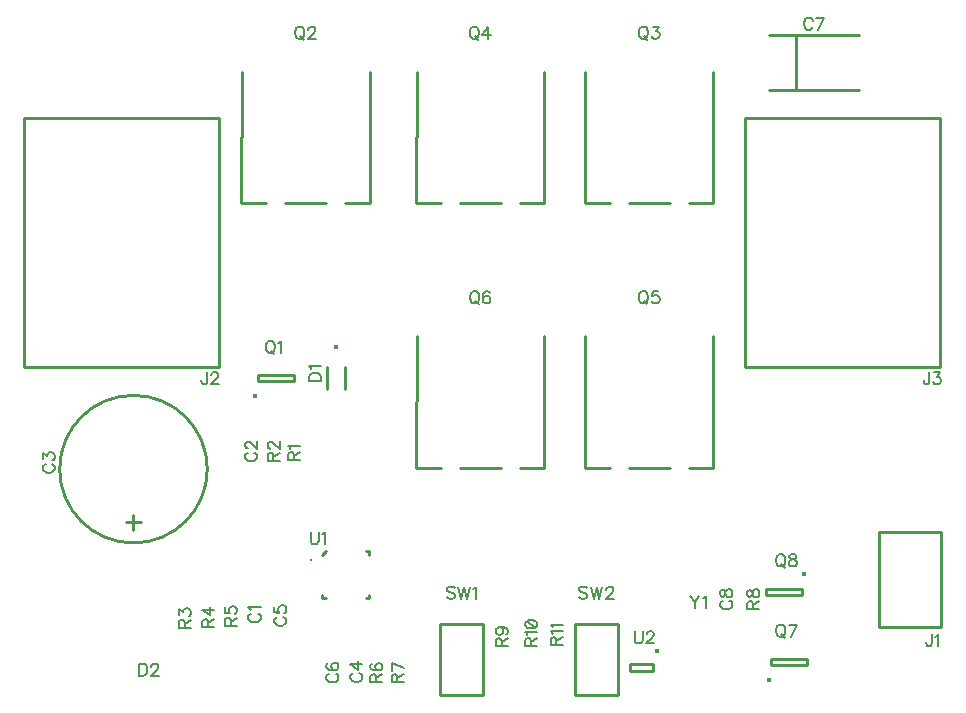
<source format=gbr>
G04 DipTrace 3.2.0.0*
G04 shoulder_mc_pcb_TopSilk.gbr*
%MOMM*%
G04 #@! TF.FileFunction,Legend,Top*
G04 #@! TF.Part,Single*
%ADD10C,0.25*%
%ADD25C,0.40002*%
%ADD32O,0.39127X0.39172*%
%ADD35O,0.29974X0.30025*%
%ADD39O,0.3913X0.39191*%
%ADD83C,0.15*%
%FSLAX35Y35*%
G04*
G71*
G90*
G75*
G01*
G04 TopSilk*
%LPD*%
X1047750Y2811750D2*
D10*
G02X1047750Y2811750I0J-625000D01*
G01*
X1110750Y1737250D2*
X984750D1*
X1047750Y1674250D2*
Y1800250D1*
X6430023Y5860000D2*
X7190011D1*
X6430023Y5400000D2*
X7190011D1*
X6659981Y5860000D2*
Y5400000D1*
X2842257Y3047393D2*
Y2867361D1*
X2682250Y3047393D2*
Y2867361D1*
D25*
X2762253Y3222375D3*
X7887377Y1653520D2*
D10*
X7357352D1*
Y853500D1*
X7887377D1*
Y1653520D1*
X1775000Y5160000D2*
X125000D1*
Y3050000D1*
X1775000D1*
Y5160000D1*
X6225000Y3050000D2*
X7875000D1*
Y5160000D1*
X6225000D1*
Y3050000D1*
D32*
X2080644Y2804266D3*
X2104014Y2931626D2*
D10*
X2404000D1*
Y2981627D1*
X2104014D1*
Y2931626D1*
X3046500Y4439006D2*
Y5550550D1*
X1961500Y4439006D2*
X1964213Y5550550D1*
Y4439328D2*
X2170579D1*
X3043787D2*
X2837421D1*
X2678577D2*
X2329423D1*
X5956500Y4439006D2*
Y5550550D1*
X4871500Y4439006D2*
X4874213Y5550550D1*
Y4439328D2*
X5080579D1*
X5953787D2*
X5747421D1*
X5588577D2*
X5239423D1*
X4526500Y4439006D2*
Y5550550D1*
X3441500Y4439006D2*
X3444213Y5550550D1*
Y4439328D2*
X3650579D1*
X4523787D2*
X4317421D1*
X4158577D2*
X3809423D1*
X5956500Y2199006D2*
Y3310550D1*
X4871500Y2199006D2*
X4874213Y3310550D1*
Y2199328D2*
X5080579D1*
X5953787D2*
X5747421D1*
X5588577D2*
X5239423D1*
X4526500Y2199006D2*
Y3310550D1*
X3441500Y2199006D2*
X3444213Y3310550D1*
Y2199328D2*
X3650579D1*
X4523787D2*
X4317421D1*
X4158577D2*
X3809423D1*
D32*
X6424564Y402639D3*
X6447934Y530000D2*
D10*
X6747920D1*
Y580000D1*
X6447934D1*
Y530000D1*
D32*
X6728356Y1297361D3*
X6704986Y1170000D2*
D10*
X6405000D1*
Y1120000D1*
X6704986D1*
Y1170000D1*
X4005473Y878291D2*
X3645473D1*
Y278255D1*
X4005473D1*
Y878291D1*
X5148353D2*
X4788353D1*
Y278255D1*
X5148353D1*
Y878291D1*
X2644851Y1461976D2*
X2674771Y1492001D1*
X2644851Y1091999D2*
X2674771D1*
X2644851D2*
Y1122024D1*
X3045042Y1091999D2*
Y1122024D1*
Y1091999D2*
X3014958D1*
X3045042Y1492001D2*
Y1461976D1*
Y1492001D2*
X3014958D1*
D35*
X2554487Y1416988D3*
D39*
X5481172Y646498D3*
X5447796Y539127D2*
D10*
X5247797D1*
Y479029D1*
X5447796D1*
Y539127D1*
X2045812Y964259D2*
D83*
X2036154Y959429D1*
X2026383Y949659D1*
X2021554Y940000D1*
Y920571D1*
X2026383Y910800D1*
X2036154Y901142D1*
X2045812Y896200D1*
X2060412Y891371D1*
X2084783D1*
X2099271Y896200D1*
X2109042Y901142D1*
X2118700Y910800D1*
X2123642Y920571D1*
Y940000D1*
X2118700Y949659D1*
X2109042Y959429D1*
X2099271Y964259D1*
X2041096Y994259D2*
X2036154Y1004029D1*
X2021666Y1018629D1*
X2123642D1*
X2016559Y2326612D2*
X2006901Y2321782D1*
X1997130Y2312012D1*
X1992301Y2302353D1*
Y2282924D1*
X1997130Y2273153D1*
X2006901Y2263495D1*
X2016559Y2258553D1*
X2031159Y2253724D1*
X2055530D1*
X2070017Y2258553D1*
X2079788Y2263495D1*
X2089447Y2273153D1*
X2094388Y2282924D1*
Y2302353D1*
X2089447Y2312011D1*
X2079788Y2321782D1*
X2070018Y2326611D1*
X2016671Y2361553D2*
X2011842D1*
X2002071Y2366382D1*
X1997242Y2371211D1*
X1992413Y2380982D1*
Y2400411D1*
X1997242Y2410070D1*
X2002071Y2414899D1*
X2011842Y2419841D1*
X2021501D1*
X2031271Y2414899D1*
X2045759Y2405241D1*
X2094388Y2356611D1*
Y2424670D1*
X303062Y2229792D2*
X293404Y2224962D1*
X283633Y2215192D1*
X278804Y2205533D1*
Y2186104D1*
X283633Y2176333D1*
X293404Y2166675D1*
X303062Y2161733D1*
X317662Y2156904D1*
X342033D1*
X356521Y2161733D1*
X366292Y2166675D1*
X375950Y2176333D1*
X380892Y2186104D1*
Y2205533D1*
X375950Y2215191D1*
X366292Y2224962D1*
X356521Y2229791D1*
X278916Y2269562D2*
Y2322908D1*
X317775Y2293821D1*
Y2308421D1*
X322604Y2318079D1*
X327433Y2322908D1*
X342033Y2327850D1*
X351692D1*
X366292Y2322908D1*
X376062Y2313250D1*
X380892Y2298650D1*
Y2284050D1*
X376062Y2269562D1*
X371121Y2264733D1*
X361462Y2259791D1*
X2906812Y460000D2*
X2897154Y455171D1*
X2887383Y445400D1*
X2882554Y435742D1*
Y416313D1*
X2887383Y406542D1*
X2897154Y396883D1*
X2906812Y391942D1*
X2921412Y387113D1*
X2945783D1*
X2960271Y391942D1*
X2970042Y396883D1*
X2979700Y406542D1*
X2984642Y416313D1*
Y435742D1*
X2979700Y445400D1*
X2970042Y455171D1*
X2960271Y460000D1*
X2984642Y538629D2*
X2882666D1*
X2950612Y490000D1*
Y562888D1*
X2264269Y934698D2*
X2254611Y929869D1*
X2244840Y920098D1*
X2240011Y910440D1*
Y891011D1*
X2244840Y881240D1*
X2254611Y871581D1*
X2264269Y866640D1*
X2278869Y861811D1*
X2303240D1*
X2317727Y866640D1*
X2327498Y871581D1*
X2337157Y881240D1*
X2342098Y891010D1*
Y910440D1*
X2337157Y920098D1*
X2327498Y929869D1*
X2317728Y934698D1*
X2240123Y1022986D2*
Y974469D1*
X2283811Y969640D1*
X2278981Y974469D1*
X2274040Y989069D1*
Y1003557D1*
X2278981Y1018157D1*
X2288640Y1027927D1*
X2303240Y1032756D1*
X2312898D1*
X2327498Y1027927D1*
X2337269Y1018156D1*
X2342098Y1003556D1*
Y989069D1*
X2337269Y974469D1*
X2332328Y969640D1*
X2322669Y964698D1*
X2705812Y454886D2*
X2696154Y450056D1*
X2686383Y440286D1*
X2681554Y430627D1*
Y411198D1*
X2686383Y401427D1*
X2696154Y391769D1*
X2705812Y386827D1*
X2720412Y381998D1*
X2744783D1*
X2759271Y386827D1*
X2769042Y391769D1*
X2778700Y401427D1*
X2783642Y411198D1*
Y430627D1*
X2778700Y440286D1*
X2769042Y450056D1*
X2759271Y454886D1*
X2696154Y543173D2*
X2686496Y538344D1*
X2681666Y523744D1*
Y514086D1*
X2686496Y499486D1*
X2701096Y489715D1*
X2725354Y484886D1*
X2749612Y484885D1*
X2769042Y489715D1*
X2778812Y499485D1*
X2783642Y514085D1*
Y518915D1*
X2778812Y533402D1*
X2769042Y543173D1*
X2754442Y548002D1*
X2749612D1*
X2735012Y543173D1*
X2725354Y533402D1*
X2720525Y518915D1*
Y514086D1*
X2725354Y499486D1*
X2735012Y489715D1*
X2749612Y484885D1*
X6797431Y5984188D2*
X6792602Y5993846D1*
X6782831Y6003617D1*
X6773173Y6008446D1*
X6753744D1*
X6743973Y6003617D1*
X6734314Y5993846D1*
X6729373Y5984188D1*
X6724544Y5969588D1*
Y5945217D1*
X6729373Y5930729D1*
X6734314Y5920958D1*
X6743973Y5911300D1*
X6753744Y5906358D1*
X6773173D1*
X6782831Y5911300D1*
X6792602Y5920958D1*
X6797431Y5930729D1*
X6846861Y5906358D2*
X6895490Y6008334D1*
X6827431D1*
X6039496Y1072971D2*
X6029837Y1068142D1*
X6020067Y1058371D1*
X6015237Y1048713D1*
Y1029283D1*
X6020066Y1019513D1*
X6029837Y1009854D1*
X6039496Y1004913D1*
X6054096Y1000083D1*
X6078466D1*
X6092954Y1004913D1*
X6102725Y1009854D1*
X6112383Y1019513D1*
X6117325Y1029283D1*
Y1048712D1*
X6112383Y1058371D1*
X6102725Y1068142D1*
X6092954Y1072971D1*
X6015350Y1127229D2*
X6020179Y1112742D1*
X6029837Y1107800D1*
X6039608D1*
X6049267Y1112742D1*
X6054208Y1122400D1*
X6059037Y1141829D1*
X6063867Y1156429D1*
X6073637Y1166088D1*
X6083296Y1170917D1*
X6097896D1*
X6107554Y1166088D1*
X6112496Y1161258D1*
X6117325Y1146658D1*
Y1127229D1*
X6112496Y1112742D1*
X6107554Y1107800D1*
X6097896Y1102971D1*
X6083296D1*
X6073637Y1107800D1*
X6063867Y1117571D1*
X6059037Y1132059D1*
X6054208Y1151488D1*
X6049267Y1161259D1*
X6039608Y1166088D1*
X6029837D1*
X6020179Y1161259D1*
X6015350Y1146659D1*
Y1127229D1*
X2533804Y2933659D2*
X2635892D1*
Y2967688D1*
X2630950Y2982288D1*
X2621292Y2992059D1*
X2611521Y2996888D1*
X2597033Y3001717D1*
X2572662D1*
X2558062Y2996888D1*
X2548404Y2992059D1*
X2538633Y2982288D1*
X2533804Y2967688D1*
Y2933659D1*
X2553346Y3031717D2*
X2548404Y3041488D1*
X2533916Y3056088D1*
X2635892D1*
X1096222Y538839D2*
Y436752D1*
X1130251D1*
X1144851Y441693D1*
X1154622Y451352D1*
X1159451Y461123D1*
X1164280Y475610D1*
Y499981D1*
X1159451Y514581D1*
X1154622Y524239D1*
X1144851Y534010D1*
X1130251Y538839D1*
X1096222D1*
X1199222Y514469D2*
Y519298D1*
X1204051Y529069D1*
X1208880Y533898D1*
X1218651Y538727D1*
X1238080D1*
X1247738Y533898D1*
X1252568Y529069D1*
X1257509Y519298D1*
Y509639D1*
X1252568Y499869D1*
X1242909Y485381D1*
X1194280Y436752D1*
X1262338D1*
X7807506Y788319D2*
Y710603D1*
X7802677Y696003D1*
X7797735Y691173D1*
X7788077Y686232D1*
X7778306D1*
X7768647Y691173D1*
X7763818Y696003D1*
X7758877Y710603D1*
Y720261D1*
X7837506Y768778D2*
X7847277Y773719D1*
X7861877Y788207D1*
Y686232D1*
X1671412Y3006573D2*
Y2928856D1*
X1666583Y2914256D1*
X1661641Y2909427D1*
X1651983Y2904485D1*
X1642212D1*
X1632554Y2909427D1*
X1627724Y2914256D1*
X1622783Y2928856D1*
Y2938514D1*
X1706354Y2982202D2*
Y2987031D1*
X1711183Y2996802D1*
X1716012Y3001631D1*
X1725783Y3006461D1*
X1745212D1*
X1754871Y3001631D1*
X1759700Y2996802D1*
X1764641Y2987031D1*
Y2977373D1*
X1759700Y2967602D1*
X1750041Y2953114D1*
X1701412Y2904485D1*
X1769471D1*
X7787285Y3006573D2*
Y2928856D1*
X7782456Y2914256D1*
X7777515Y2909427D1*
X7767856Y2904485D1*
X7758085D1*
X7748427Y2909427D1*
X7743598Y2914256D1*
X7738656Y2928856D1*
Y2938514D1*
X7827056Y3006461D2*
X7880402D1*
X7851315Y2967602D1*
X7865915D1*
X7875573Y2962773D1*
X7880402Y2957944D1*
X7885344Y2943344D1*
Y2933685D1*
X7880402Y2919085D1*
X7870744Y2909314D1*
X7856144Y2904485D1*
X7841544D1*
X7827056Y2909314D1*
X7822227Y2914256D1*
X7817285Y2923914D1*
X2195640Y3272573D2*
X2185982Y3267856D1*
X2176211Y3258085D1*
X2171382Y3248314D1*
X2166440Y3233714D1*
Y3209456D1*
X2171382Y3194856D1*
X2176211Y3185197D1*
X2185982Y3175427D1*
X2195640Y3170597D1*
X2215069D1*
X2224840Y3175427D1*
X2234498Y3185197D1*
X2239328Y3194856D1*
X2244269Y3209456D1*
Y3233714D1*
X2239328Y3248314D1*
X2234498Y3258085D1*
X2224840Y3267856D1*
X2215069Y3272573D1*
X2195640D1*
X2210240Y3190027D2*
X2239328Y3160827D1*
X2274269Y3253031D2*
X2284040Y3257973D1*
X2298640Y3272461D1*
Y3170485D1*
X2445256Y5932446D2*
X2435598Y5927729D1*
X2425827Y5917958D1*
X2420998Y5908188D1*
X2416056Y5893588D1*
Y5869329D1*
X2420998Y5854729D1*
X2425827Y5845071D1*
X2435598Y5835300D1*
X2445256Y5830471D1*
X2464685D1*
X2474456Y5835300D1*
X2484115Y5845071D1*
X2488944Y5854729D1*
X2493885Y5869329D1*
Y5893588D1*
X2488944Y5908188D1*
X2484115Y5917958D1*
X2474456Y5927729D1*
X2464685Y5932446D1*
X2445256D1*
X2459856Y5849900D2*
X2488944Y5820700D1*
X2528827Y5908075D2*
Y5912905D1*
X2533656Y5922675D1*
X2538485Y5927505D1*
X2548256Y5932334D1*
X2567685D1*
X2577344Y5927505D1*
X2582173Y5922675D1*
X2587115Y5912905D1*
Y5903246D1*
X2582173Y5893475D1*
X2572515Y5878988D1*
X2523885Y5830358D1*
X2591944D1*
X5355256Y5932446D2*
X5345598Y5927729D1*
X5335827Y5917958D1*
X5330998Y5908188D1*
X5326056Y5893588D1*
Y5869329D1*
X5330998Y5854729D1*
X5335827Y5845071D1*
X5345598Y5835300D1*
X5355256Y5830471D1*
X5374685D1*
X5384456Y5835300D1*
X5394115Y5845071D1*
X5398944Y5854729D1*
X5403885Y5869329D1*
Y5893588D1*
X5398944Y5908188D1*
X5394115Y5917958D1*
X5384456Y5927729D1*
X5374685Y5932446D1*
X5355256D1*
X5369856Y5849900D2*
X5398944Y5820700D1*
X5443656Y5932334D2*
X5497002D1*
X5467915Y5893475D1*
X5482515D1*
X5492173Y5888646D1*
X5497002Y5883817D1*
X5501944Y5869217D1*
Y5859558D1*
X5497002Y5844958D1*
X5487344Y5835188D1*
X5472744Y5830358D1*
X5458144D1*
X5443656Y5835188D1*
X5438827Y5840129D1*
X5433885Y5849788D1*
X3922842Y5932446D2*
X3913183Y5927729D1*
X3903412Y5917958D1*
X3898583Y5908188D1*
X3893642Y5893588D1*
Y5869329D1*
X3898583Y5854729D1*
X3903412Y5845071D1*
X3913183Y5835300D1*
X3922842Y5830471D1*
X3942271D1*
X3952042Y5835300D1*
X3961700Y5845071D1*
X3966529Y5854729D1*
X3971471Y5869329D1*
Y5893588D1*
X3966529Y5908188D1*
X3961700Y5917958D1*
X3952042Y5927729D1*
X3942271Y5932446D1*
X3922842D1*
X3937442Y5849900D2*
X3966529Y5820700D1*
X4050100Y5830358D2*
Y5932334D1*
X4001471Y5864388D1*
X4074358D1*
X5355256Y3692446D2*
X5345598Y3687729D1*
X5335827Y3677958D1*
X5330998Y3668188D1*
X5326056Y3653588D1*
Y3629329D1*
X5330998Y3614729D1*
X5335827Y3605071D1*
X5345598Y3595300D1*
X5355256Y3590471D1*
X5374685D1*
X5384456Y3595300D1*
X5394115Y3605071D1*
X5398944Y3614729D1*
X5403885Y3629329D1*
Y3653588D1*
X5398944Y3668188D1*
X5394115Y3677958D1*
X5384456Y3687729D1*
X5374685Y3692446D1*
X5355256D1*
X5369856Y3609900D2*
X5398944Y3580700D1*
X5492173Y3692334D2*
X5443656D1*
X5438827Y3648646D1*
X5443656Y3653475D1*
X5458256Y3658417D1*
X5472744D1*
X5487344Y3653475D1*
X5497115Y3643817D1*
X5501944Y3629217D1*
Y3619558D1*
X5497115Y3604958D1*
X5487344Y3595188D1*
X5472744Y3590358D1*
X5458256D1*
X5443656Y3595188D1*
X5438827Y3600129D1*
X5433885Y3609788D1*
X3927727Y3692446D2*
X3918068Y3687729D1*
X3908298Y3677958D1*
X3903468Y3668188D1*
X3898527Y3653588D1*
Y3629329D1*
X3903468Y3614729D1*
X3908298Y3605071D1*
X3918068Y3595300D1*
X3927727Y3590471D1*
X3947156D1*
X3956927Y3595300D1*
X3966585Y3605071D1*
X3971415Y3614729D1*
X3976356Y3629329D1*
Y3653588D1*
X3971415Y3668188D1*
X3966585Y3677958D1*
X3956927Y3687729D1*
X3947156Y3692446D1*
X3927727D1*
X3942327Y3609900D2*
X3971415Y3580700D1*
X4064644Y3677846D2*
X4059815Y3687505D1*
X4045215Y3692334D1*
X4035556D1*
X4020956Y3687505D1*
X4011185Y3672905D1*
X4006356Y3648646D1*
Y3624388D1*
X4011185Y3604958D1*
X4020956Y3595188D1*
X4035556Y3590358D1*
X4040385D1*
X4054873Y3595188D1*
X4064644Y3604958D1*
X4069473Y3619558D1*
Y3624388D1*
X4064644Y3638988D1*
X4054873Y3648646D1*
X4040385Y3653475D1*
X4035556D1*
X4020956Y3648646D1*
X4011185Y3638988D1*
X4006356Y3624388D1*
X6517716Y870946D2*
X6508058Y866229D1*
X6498287Y856458D1*
X6493458Y846688D1*
X6488516Y832088D1*
Y807829D1*
X6493458Y793229D1*
X6498287Y783571D1*
X6508058Y773800D1*
X6517716Y768971D1*
X6537145D1*
X6546916Y773800D1*
X6556575Y783571D1*
X6561404Y793229D1*
X6566345Y807829D1*
Y832088D1*
X6561404Y846688D1*
X6556575Y856458D1*
X6546916Y866229D1*
X6537145Y870946D1*
X6517716D1*
X6532316Y788400D2*
X6561404Y759200D1*
X6615775Y768858D2*
X6664404Y870834D1*
X6596345D1*
X6517772Y1465393D2*
X6508114Y1460676D1*
X6498343Y1450905D1*
X6493514Y1441134D1*
X6488572Y1426534D1*
Y1402276D1*
X6493514Y1387676D1*
X6498343Y1378017D1*
X6508114Y1368247D1*
X6517772Y1363417D1*
X6537202D1*
X6546972Y1368247D1*
X6556631Y1378017D1*
X6561460Y1387676D1*
X6566402Y1402276D1*
Y1426534D1*
X6561460Y1441134D1*
X6556631Y1450905D1*
X6546972Y1460676D1*
X6537202Y1465393D1*
X6517772D1*
X6532372Y1382847D2*
X6561460Y1353647D1*
X6620660Y1465281D2*
X6606172Y1460451D1*
X6601231Y1450793D1*
Y1441022D1*
X6606172Y1431364D1*
X6615831Y1426422D1*
X6635260Y1421593D1*
X6649860Y1416764D1*
X6659518Y1406993D1*
X6664348Y1397334D1*
Y1382734D1*
X6659518Y1373076D1*
X6654689Y1368134D1*
X6640089Y1363305D1*
X6620660D1*
X6606172Y1368134D1*
X6601231Y1373076D1*
X6596402Y1382734D1*
Y1397334D1*
X6601231Y1406993D1*
X6611002Y1416764D1*
X6625489Y1421593D1*
X6644918Y1426422D1*
X6654689Y1431364D1*
X6659518Y1441022D1*
Y1450793D1*
X6654689Y1460451D1*
X6640089Y1465281D1*
X6620660D1*
X2406060Y2262109D2*
Y2305797D1*
X2401118Y2320397D1*
X2396289Y2325338D1*
X2386631Y2330167D1*
X2376860D1*
X2367201Y2325338D1*
X2362260Y2320397D1*
X2357431Y2305797D1*
Y2262109D1*
X2459518D1*
X2406060Y2296138D2*
X2459518Y2330167D1*
X2376972Y2360167D2*
X2372031Y2369938D1*
X2357543Y2384538D1*
X2459518D1*
X2231433Y2256139D2*
Y2299826D1*
X2226492Y2314426D1*
X2221662Y2319368D1*
X2212004Y2324197D1*
X2202233D1*
X2192575Y2319368D1*
X2187633Y2314426D1*
X2182804Y2299826D1*
Y2256139D1*
X2284892D1*
X2231433Y2290168D2*
X2284892Y2324197D1*
X2207175Y2359138D2*
X2202346D1*
X2192575Y2363968D1*
X2187746Y2368797D1*
X2182916Y2378568D1*
Y2397997D1*
X2187746Y2407655D1*
X2192575Y2412484D1*
X2202346Y2417426D1*
X2212004D1*
X2221775Y2412484D1*
X2236262Y2402826D1*
X2284892Y2354197D1*
Y2422255D1*
X1480183Y841942D2*
Y885630D1*
X1475242Y900229D1*
X1470412Y905171D1*
X1460754Y910000D1*
X1450983D1*
X1441325Y905171D1*
X1436383Y900230D1*
X1431554Y885630D1*
Y841942D1*
X1533642D1*
X1480183Y875971D2*
X1533642Y910000D1*
X1431666Y949771D2*
Y1003117D1*
X1470525Y974029D1*
Y988629D1*
X1475354Y998288D1*
X1480183Y1003117D1*
X1494783Y1008059D1*
X1504442D1*
X1519042Y1003117D1*
X1528812Y993458D1*
X1533642Y978858D1*
Y964258D1*
X1528812Y949771D1*
X1523871Y944942D1*
X1514212Y940000D1*
X1680183Y849527D2*
Y893215D1*
X1675242Y907815D1*
X1670412Y912756D1*
X1660754Y917586D1*
X1650983D1*
X1641325Y912756D1*
X1636383Y907815D1*
X1631554Y893215D1*
Y849527D1*
X1733642D1*
X1680183Y883556D2*
X1733642Y917585D1*
Y996215D2*
X1631666D1*
X1699612Y947586D1*
Y1020473D1*
X1870183Y861942D2*
Y905630D1*
X1865242Y920229D1*
X1860412Y925171D1*
X1850754Y930000D1*
X1840983D1*
X1831325Y925171D1*
X1826383Y920230D1*
X1821554Y905630D1*
Y861942D1*
X1923642D1*
X1870183Y895971D2*
X1923642Y930000D1*
X1821666Y1018288D2*
Y969771D1*
X1865354Y964942D1*
X1860525Y969771D1*
X1855583Y984371D1*
Y998859D1*
X1860525Y1013459D1*
X1870183Y1023229D1*
X1884783Y1028059D1*
X1894442D1*
X1909042Y1023229D1*
X1918812Y1013458D1*
X1923642Y998858D1*
Y984371D1*
X1918812Y969771D1*
X1913871Y964942D1*
X1904212Y960000D1*
X3102183Y384413D2*
Y428100D1*
X3097242Y442700D1*
X3092412Y447642D1*
X3082754Y452471D1*
X3072983D1*
X3063325Y447642D1*
X3058383Y442700D1*
X3053554Y428100D1*
Y384413D1*
X3155642D1*
X3102183Y418442D2*
X3155642Y452471D1*
X3068154Y540759D2*
X3058496Y535929D1*
X3053666Y521329D1*
Y511671D1*
X3058496Y497071D1*
X3073096Y487300D1*
X3097354Y482471D1*
X3121612D1*
X3141042Y487300D1*
X3150812Y497071D1*
X3155642Y511671D1*
Y516500D1*
X3150812Y530988D1*
X3141042Y540758D1*
X3126442Y545588D1*
X3121612D1*
X3107012Y540759D1*
X3097354Y530988D1*
X3092525Y516500D1*
Y511671D1*
X3097354Y497071D1*
X3107012Y487300D1*
X3121612Y482471D1*
X3283183Y381942D2*
Y425630D1*
X3278242Y440229D1*
X3273412Y445171D1*
X3263754Y450000D1*
X3253983D1*
X3244325Y445171D1*
X3239383Y440230D1*
X3234554Y425630D1*
Y381942D1*
X3336642D1*
X3283183Y415971D2*
X3336642Y450000D1*
Y499429D2*
X3234666Y548059D1*
Y480000D1*
X6293783Y1002498D2*
Y1046186D1*
X6288842Y1060786D1*
X6284012Y1065727D1*
X6274354Y1070556D1*
X6264583D1*
X6254925Y1065727D1*
X6249983Y1060786D1*
X6245154Y1046186D1*
Y1002498D1*
X6347242D1*
X6293783Y1036527D2*
X6347242Y1070556D1*
X6245266Y1124815D2*
X6250096Y1110327D1*
X6259754Y1105386D1*
X6269525D1*
X6279183Y1110327D1*
X6284125Y1119986D1*
X6288954Y1139415D1*
X6293783Y1154015D1*
X6303554Y1163673D1*
X6313212Y1168502D1*
X6327812D1*
X6337471Y1163673D1*
X6342412Y1158844D1*
X6347242Y1144244D1*
Y1124815D1*
X6342412Y1110327D1*
X6337471Y1105385D1*
X6327812Y1100556D1*
X6313212D1*
X6303554Y1105386D1*
X6293783Y1115156D1*
X6288954Y1129644D1*
X6284125Y1149073D1*
X6279183Y1158844D1*
X6269525Y1163673D1*
X6259754D1*
X6250096Y1158844D1*
X6245266Y1144244D1*
Y1124815D1*
X4163916Y685830D2*
X4163917Y729517D1*
X4158975Y744117D1*
X4154146Y749059D1*
X4144487Y753888D1*
X4134717D1*
X4125058Y749059D1*
X4120117Y744117D1*
X4115287Y729517D1*
Y685830D1*
X4217375D1*
X4163917Y719859D2*
X4217375Y753888D1*
X4149317Y847117D2*
X4163917Y842176D1*
X4173687Y832517D1*
X4178517Y817917D1*
Y813088D1*
X4173687Y798488D1*
X4163917Y788830D1*
X4149317Y783888D1*
X4144487D1*
X4129887Y788830D1*
X4120229Y798488D1*
X4115400Y813088D1*
Y817917D1*
X4120229Y832517D1*
X4129887Y842176D1*
X4149317Y847117D1*
X4173687D1*
X4197946Y842176D1*
X4212546Y832517D1*
X4217375Y817917D1*
Y808259D1*
X4212546Y793659D1*
X4202775Y788830D1*
X4411860Y687976D2*
Y731664D1*
X4406918Y746264D1*
X4402089Y751206D1*
X4392431Y756035D1*
X4382660D1*
X4373001Y751206D1*
X4368060Y746264D1*
X4363231Y731664D1*
Y687976D1*
X4465318D1*
X4411860Y722006D2*
X4465318Y756035D1*
X4382772Y786035D2*
X4377831Y795806D1*
X4363343Y810406D1*
X4465318Y810405D1*
X4363343Y869606D2*
X4368172Y855006D1*
X4382772Y845235D1*
X4407031Y840405D1*
X4421631D1*
X4445889Y845235D1*
X4460489Y855005D1*
X4465318Y869605D1*
Y879264D1*
X4460489Y893864D1*
X4445889Y903522D1*
X4421631Y908464D1*
X4407031D1*
X4382772Y903522D1*
X4368172Y893864D1*
X4363343Y879264D1*
Y869606D1*
X4382772Y903522D2*
X4445889Y845235D1*
X4628056Y693947D2*
X4628057Y737635D1*
X4623115Y752235D1*
X4618286Y757176D1*
X4608627Y762005D1*
X4598857D1*
X4589198Y757176D1*
X4584257Y752235D1*
X4579427Y737635D1*
Y693947D1*
X4681515D1*
X4628057Y727976D2*
X4681515Y762005D1*
X4598969Y792005D2*
X4594027Y801776D1*
X4579540Y816376D1*
X4681515D1*
X4598969Y846376D2*
X4594027Y856147D1*
X4579540Y870747D1*
X4681515D1*
X3768688Y1177119D2*
X3759029Y1186890D1*
X3744429Y1191719D1*
X3725000D1*
X3710400Y1186890D1*
X3700629Y1177119D1*
Y1167461D1*
X3705571Y1157690D1*
X3710400Y1152861D1*
X3720059Y1148032D1*
X3749259Y1138261D1*
X3759029Y1133432D1*
X3763859Y1128490D1*
X3768688Y1118832D1*
Y1104232D1*
X3759029Y1094573D1*
X3744429Y1089632D1*
X3725000D1*
X3710400Y1094573D1*
X3700629Y1104232D1*
X3798688Y1191719D2*
X3823059Y1089632D1*
X3847317Y1191719D1*
X3871576Y1089632D1*
X3895946Y1191719D1*
X3925946Y1172178D2*
X3935717Y1177119D1*
X3950317Y1191607D1*
Y1089632D1*
X4889724Y1177119D2*
X4880066Y1186890D1*
X4865466Y1191719D1*
X4846036D1*
X4831436Y1186890D1*
X4821666Y1177119D1*
Y1167461D1*
X4826607Y1157690D1*
X4831436Y1152861D1*
X4841095Y1148032D1*
X4870295Y1138261D1*
X4880066Y1133432D1*
X4884895Y1128490D1*
X4889724Y1118832D1*
Y1104232D1*
X4880066Y1094573D1*
X4865466Y1089632D1*
X4846036D1*
X4831436Y1094573D1*
X4821666Y1104232D1*
X4919724Y1191719D2*
X4944095Y1089632D1*
X4968353Y1191719D1*
X4992612Y1089632D1*
X5016983Y1191719D1*
X5051924Y1167349D2*
Y1172178D1*
X5056753Y1181949D1*
X5061583Y1186778D1*
X5071353Y1191607D1*
X5090783D1*
X5100441Y1186778D1*
X5105270Y1181949D1*
X5110212Y1172178D1*
Y1162519D1*
X5105270Y1152749D1*
X5095612Y1138261D1*
X5046983Y1089632D1*
X5115041D1*
X2547432Y1653199D2*
Y1580312D1*
X2552261Y1565712D1*
X2562032Y1556053D1*
X2576632Y1551112D1*
X2586291D1*
X2600891Y1556053D1*
X2610661Y1565712D1*
X2615491Y1580312D1*
Y1653199D1*
X2645491Y1633658D2*
X2655261Y1638599D1*
X2669861Y1653087D1*
Y1551112D1*
X5291208Y814539D2*
Y741652D1*
X5296037Y727052D1*
X5305808Y717393D1*
X5320408Y712452D1*
X5330067D1*
X5344667Y717393D1*
X5354437Y727052D1*
X5359267Y741652D1*
Y814539D1*
X5394208Y790169D2*
Y794998D1*
X5399037Y804769D1*
X5403867Y809598D1*
X5413637Y814427D1*
X5433067D1*
X5442725Y809598D1*
X5447554Y804769D1*
X5452496Y794998D1*
Y785339D1*
X5447554Y775569D1*
X5437896Y761081D1*
X5389267Y712452D1*
X5457325D1*
X5759229Y1114099D2*
X5798088Y1065470D1*
Y1012012D1*
X5836946Y1114099D2*
X5798088Y1065470D1*
X5866946Y1094558D2*
X5876717Y1099499D1*
X5891317Y1113987D1*
Y1012012D1*
M02*

</source>
